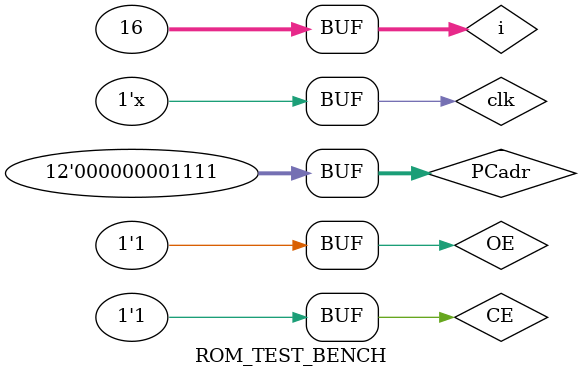
<source format=v>
`timescale 1ns / 1ps


module ROM_TEST_BENCH;

	// Inputs
	reg clk;
	reg CE;
	reg OE;
	reg [11:0] PCadr;
	integer i;

	// Outputs
	wire [15:0] instruction;

	// Instantiate the Unit Under Test (UUT)
	ROM uut (
		.clk(clk), 
		.CE(CE), 
		.OE(OE), 
		.PCadr(PCadr), 
		.instruction(instruction)
	);

	initial begin
		// Initialize Inputs
		clk = 0;
		CE = 1;
		OE = 1;
		PCadr = 18'b0;

		// Wait 100 ns for global reset to finish
		#5;
       i = 0;
		// Add stimulus here
		for(i = 0; i < 16 ; i = i+1)
		begin
			PCadr = i;
			CE = ~CE;
			OE = ~OE;
			#150;
		end

	end
      
		
	always
		begin
			#5;
			clk = ~clk;
		end
endmodule


</source>
